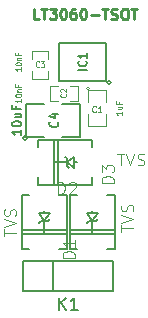
<source format=gto>
G04 (created by PCBNEW (2013-07-07 BZR 4022)-stable) date 27.08.2014 22:53:06*
%MOIN*%
G04 Gerber Fmt 3.4, Leading zero omitted, Abs format*
%FSLAX34Y34*%
G01*
G70*
G90*
G04 APERTURE LIST*
%ADD10C,0.00590551*%
%ADD11C,0.005*%
%ADD12C,0.0039*%
%ADD13C,0.0047*%
%ADD14C,0.006*%
%ADD15C,0.00606299*%
%ADD16C,0.0043*%
%ADD17C,0.0045*%
%ADD18C,0.00875*%
%ADD19C,0.012*%
G04 APERTURE END LIST*
G54D10*
G54D11*
X21120Y-22900D02*
G75*
G03X21120Y-22900I-70J0D01*
G74*
G01*
X21700Y-21750D02*
X21100Y-21750D01*
X21100Y-21750D02*
X21100Y-22850D01*
X21100Y-22850D02*
X21700Y-22850D01*
X22300Y-22850D02*
X22900Y-22850D01*
X22900Y-22850D02*
X22900Y-21750D01*
X22900Y-21750D02*
X22300Y-21750D01*
G54D12*
X23200Y-21250D02*
G75*
G03X23200Y-21250I-50J0D01*
G74*
G01*
X23150Y-21700D02*
X23150Y-21300D01*
X23150Y-21300D02*
X23750Y-21300D01*
X23750Y-21300D02*
X23750Y-21700D01*
X23750Y-22100D02*
X23750Y-22500D01*
X23750Y-22500D02*
X23150Y-22500D01*
X23150Y-22500D02*
X23150Y-22100D01*
G54D13*
X22547Y-21656D02*
X22822Y-21656D01*
X22153Y-21656D02*
X21878Y-21656D01*
X22547Y-21144D02*
X22822Y-21144D01*
X21878Y-21144D02*
X22153Y-21144D01*
X22822Y-21150D02*
X22822Y-21650D01*
X21878Y-21650D02*
X21878Y-21150D01*
X21294Y-20647D02*
X21294Y-20922D01*
X21294Y-20253D02*
X21294Y-19978D01*
X21806Y-20647D02*
X21806Y-20922D01*
X21806Y-19978D02*
X21806Y-20253D01*
X21800Y-20922D02*
X21300Y-20922D01*
X21300Y-19978D02*
X21800Y-19978D01*
G54D14*
X21000Y-28000D02*
X21000Y-27000D01*
X21000Y-27000D02*
X24000Y-27000D01*
X24000Y-27000D02*
X24000Y-28000D01*
X24000Y-28000D02*
X21000Y-28000D01*
X22000Y-27000D02*
X22000Y-28000D01*
G54D15*
X23920Y-21050D02*
G75*
G03X23920Y-21050I-70J0D01*
G74*
G01*
X23750Y-21000D02*
X23750Y-19732D01*
X23750Y-19732D02*
X22187Y-19732D01*
X22187Y-19732D02*
X22187Y-21000D01*
X22187Y-21000D02*
X23750Y-21000D01*
G54D11*
X22700Y-23700D02*
X22780Y-23700D01*
X23300Y-24450D02*
X21500Y-24450D01*
X21500Y-24450D02*
X21500Y-24200D01*
X22140Y-22950D02*
X22140Y-24450D01*
X22010Y-22950D02*
X22010Y-24450D01*
X23300Y-23200D02*
X23300Y-22950D01*
X23300Y-22950D02*
X21500Y-22950D01*
X21500Y-22950D02*
X21500Y-23200D01*
X23300Y-24200D02*
X23300Y-24450D01*
X22450Y-23700D02*
X22700Y-23887D01*
X22700Y-23887D02*
X22700Y-23700D01*
X22700Y-23700D02*
X22700Y-23513D01*
X22700Y-23513D02*
X22450Y-23700D01*
X22450Y-23700D02*
X22450Y-23825D01*
X22450Y-23825D02*
X22512Y-23887D01*
X22450Y-23700D02*
X22450Y-23575D01*
X22450Y-23575D02*
X22388Y-23513D01*
X22450Y-23700D02*
X22013Y-23700D01*
X23300Y-25400D02*
X23300Y-25320D01*
X24050Y-24800D02*
X24050Y-26600D01*
X24050Y-26600D02*
X23800Y-26600D01*
X22550Y-25960D02*
X24050Y-25960D01*
X22550Y-26090D02*
X24050Y-26090D01*
X22800Y-24800D02*
X22550Y-24800D01*
X22550Y-24800D02*
X22550Y-26600D01*
X22550Y-26600D02*
X22800Y-26600D01*
X23800Y-24800D02*
X24050Y-24800D01*
X23300Y-25650D02*
X23487Y-25400D01*
X23487Y-25400D02*
X23300Y-25400D01*
X23300Y-25400D02*
X23113Y-25400D01*
X23113Y-25400D02*
X23300Y-25650D01*
X23300Y-25650D02*
X23425Y-25650D01*
X23425Y-25650D02*
X23487Y-25588D01*
X23300Y-25650D02*
X23175Y-25650D01*
X23175Y-25650D02*
X23113Y-25712D01*
X23300Y-25650D02*
X23300Y-26087D01*
X21700Y-25400D02*
X21700Y-25320D01*
X22450Y-24800D02*
X22450Y-26600D01*
X22450Y-26600D02*
X22200Y-26600D01*
X20950Y-25960D02*
X22450Y-25960D01*
X20950Y-26090D02*
X22450Y-26090D01*
X21200Y-24800D02*
X20950Y-24800D01*
X20950Y-24800D02*
X20950Y-26600D01*
X20950Y-26600D02*
X21200Y-26600D01*
X22200Y-24800D02*
X22450Y-24800D01*
X21700Y-25650D02*
X21887Y-25400D01*
X21887Y-25400D02*
X21700Y-25400D01*
X21700Y-25400D02*
X21513Y-25400D01*
X21513Y-25400D02*
X21700Y-25650D01*
X21700Y-25650D02*
X21825Y-25650D01*
X21825Y-25650D02*
X21887Y-25588D01*
X21700Y-25650D02*
X21575Y-25650D01*
X21575Y-25650D02*
X21513Y-25712D01*
X21700Y-25650D02*
X21700Y-26087D01*
X22142Y-22350D02*
X22157Y-22364D01*
X22171Y-22407D01*
X22171Y-22435D01*
X22157Y-22478D01*
X22128Y-22507D01*
X22100Y-22521D01*
X22042Y-22535D01*
X22000Y-22535D01*
X21942Y-22521D01*
X21914Y-22507D01*
X21885Y-22478D01*
X21871Y-22435D01*
X21871Y-22407D01*
X21885Y-22364D01*
X21900Y-22350D01*
X21971Y-22092D02*
X22171Y-22092D01*
X21857Y-22164D02*
X22071Y-22235D01*
X22071Y-22050D01*
X20921Y-22621D02*
X20921Y-22792D01*
X20921Y-22707D02*
X20621Y-22707D01*
X20664Y-22735D01*
X20692Y-22764D01*
X20707Y-22792D01*
X20621Y-22435D02*
X20621Y-22407D01*
X20635Y-22378D01*
X20650Y-22364D01*
X20678Y-22350D01*
X20735Y-22335D01*
X20807Y-22335D01*
X20864Y-22350D01*
X20892Y-22364D01*
X20907Y-22378D01*
X20921Y-22407D01*
X20921Y-22435D01*
X20907Y-22464D01*
X20892Y-22478D01*
X20864Y-22492D01*
X20807Y-22507D01*
X20735Y-22507D01*
X20678Y-22492D01*
X20650Y-22478D01*
X20635Y-22464D01*
X20621Y-22435D01*
X20721Y-22078D02*
X20921Y-22078D01*
X20721Y-22207D02*
X20878Y-22207D01*
X20907Y-22192D01*
X20921Y-22164D01*
X20921Y-22121D01*
X20907Y-22092D01*
X20892Y-22078D01*
X20764Y-21835D02*
X20764Y-21935D01*
X20921Y-21935D02*
X20621Y-21935D01*
X20621Y-21792D01*
G54D16*
X23417Y-22010D02*
X23407Y-22020D01*
X23379Y-22029D01*
X23360Y-22029D01*
X23332Y-22020D01*
X23313Y-22001D01*
X23304Y-21982D01*
X23295Y-21945D01*
X23295Y-21917D01*
X23304Y-21879D01*
X23313Y-21860D01*
X23332Y-21842D01*
X23360Y-21832D01*
X23379Y-21832D01*
X23407Y-21842D01*
X23417Y-21851D01*
X23604Y-22029D02*
X23492Y-22029D01*
X23548Y-22029D02*
X23548Y-21832D01*
X23529Y-21860D01*
X23510Y-21879D01*
X23492Y-21889D01*
X24279Y-22017D02*
X24279Y-22129D01*
X24279Y-22073D02*
X24082Y-22073D01*
X24110Y-22092D01*
X24129Y-22111D01*
X24139Y-22129D01*
X24148Y-21848D02*
X24279Y-21848D01*
X24148Y-21932D02*
X24251Y-21932D01*
X24270Y-21923D01*
X24279Y-21904D01*
X24279Y-21876D01*
X24270Y-21857D01*
X24260Y-21848D01*
X24176Y-21688D02*
X24176Y-21754D01*
X24279Y-21754D02*
X24082Y-21754D01*
X24082Y-21660D01*
G54D17*
X22411Y-21430D02*
X22421Y-21438D01*
X22430Y-21464D01*
X22430Y-21481D01*
X22421Y-21507D01*
X22402Y-21524D01*
X22383Y-21532D01*
X22345Y-21541D01*
X22316Y-21541D01*
X22278Y-21532D01*
X22259Y-21524D01*
X22240Y-21507D01*
X22230Y-21481D01*
X22230Y-21464D01*
X22240Y-21438D01*
X22250Y-21430D01*
X22250Y-21361D02*
X22240Y-21352D01*
X22230Y-21335D01*
X22230Y-21292D01*
X22240Y-21275D01*
X22250Y-21267D01*
X22269Y-21258D01*
X22288Y-21258D01*
X22316Y-21267D01*
X22430Y-21370D01*
X22430Y-21258D01*
X20930Y-21592D02*
X20930Y-21695D01*
X20930Y-21644D02*
X20730Y-21644D01*
X20759Y-21661D01*
X20778Y-21678D01*
X20788Y-21695D01*
X20730Y-21481D02*
X20730Y-21464D01*
X20740Y-21447D01*
X20750Y-21438D01*
X20769Y-21430D01*
X20807Y-21421D01*
X20854Y-21421D01*
X20892Y-21430D01*
X20911Y-21438D01*
X20921Y-21447D01*
X20930Y-21464D01*
X20930Y-21481D01*
X20921Y-21498D01*
X20911Y-21507D01*
X20892Y-21515D01*
X20854Y-21524D01*
X20807Y-21524D01*
X20769Y-21515D01*
X20750Y-21507D01*
X20740Y-21498D01*
X20730Y-21481D01*
X20797Y-21344D02*
X20930Y-21344D01*
X20816Y-21344D02*
X20807Y-21335D01*
X20797Y-21318D01*
X20797Y-21292D01*
X20807Y-21275D01*
X20826Y-21267D01*
X20930Y-21267D01*
X20826Y-21121D02*
X20826Y-21181D01*
X20930Y-21181D02*
X20730Y-21181D01*
X20730Y-21095D01*
X21520Y-20511D02*
X21511Y-20521D01*
X21485Y-20530D01*
X21468Y-20530D01*
X21442Y-20521D01*
X21425Y-20502D01*
X21417Y-20483D01*
X21408Y-20445D01*
X21408Y-20416D01*
X21417Y-20378D01*
X21425Y-20359D01*
X21442Y-20340D01*
X21468Y-20330D01*
X21485Y-20330D01*
X21511Y-20340D01*
X21520Y-20350D01*
X21580Y-20330D02*
X21691Y-20330D01*
X21631Y-20407D01*
X21657Y-20407D01*
X21674Y-20416D01*
X21682Y-20426D01*
X21691Y-20445D01*
X21691Y-20492D01*
X21682Y-20511D01*
X21674Y-20521D01*
X21657Y-20530D01*
X21605Y-20530D01*
X21588Y-20521D01*
X21580Y-20511D01*
X20930Y-20542D02*
X20930Y-20645D01*
X20930Y-20594D02*
X20730Y-20594D01*
X20759Y-20611D01*
X20778Y-20628D01*
X20788Y-20645D01*
X20730Y-20431D02*
X20730Y-20414D01*
X20740Y-20397D01*
X20750Y-20388D01*
X20769Y-20380D01*
X20807Y-20371D01*
X20854Y-20371D01*
X20892Y-20380D01*
X20911Y-20388D01*
X20921Y-20397D01*
X20930Y-20414D01*
X20930Y-20431D01*
X20921Y-20448D01*
X20911Y-20457D01*
X20892Y-20465D01*
X20854Y-20474D01*
X20807Y-20474D01*
X20769Y-20465D01*
X20750Y-20457D01*
X20740Y-20448D01*
X20730Y-20431D01*
X20797Y-20294D02*
X20930Y-20294D01*
X20816Y-20294D02*
X20807Y-20285D01*
X20797Y-20268D01*
X20797Y-20242D01*
X20807Y-20225D01*
X20826Y-20217D01*
X20930Y-20217D01*
X20826Y-20071D02*
X20826Y-20131D01*
X20930Y-20131D02*
X20730Y-20131D01*
X20730Y-20045D01*
G54D14*
X22204Y-28611D02*
X22204Y-28211D01*
X22433Y-28611D02*
X22261Y-28383D01*
X22433Y-28211D02*
X22204Y-28440D01*
X22814Y-28611D02*
X22585Y-28611D01*
X22700Y-28611D02*
X22700Y-28211D01*
X22661Y-28269D01*
X22623Y-28307D01*
X22585Y-28326D01*
G54D15*
X23111Y-20619D02*
X22835Y-20619D01*
X23085Y-20330D02*
X23098Y-20343D01*
X23111Y-20382D01*
X23111Y-20409D01*
X23098Y-20448D01*
X23072Y-20474D01*
X23045Y-20487D01*
X22993Y-20500D01*
X22954Y-20500D01*
X22901Y-20487D01*
X22875Y-20474D01*
X22849Y-20448D01*
X22835Y-20409D01*
X22835Y-20382D01*
X22849Y-20343D01*
X22862Y-20330D01*
X23111Y-20067D02*
X23111Y-20225D01*
X23111Y-20146D02*
X22835Y-20146D01*
X22875Y-20172D01*
X22901Y-20199D01*
X22914Y-20225D01*
G54D18*
X21525Y-18941D02*
X21358Y-18941D01*
X21358Y-18591D01*
X21591Y-18591D02*
X21791Y-18591D01*
X21691Y-18941D02*
X21691Y-18591D01*
X21875Y-18591D02*
X22091Y-18591D01*
X21975Y-18725D01*
X22025Y-18725D01*
X22058Y-18741D01*
X22075Y-18758D01*
X22091Y-18791D01*
X22091Y-18875D01*
X22075Y-18908D01*
X22058Y-18925D01*
X22025Y-18941D01*
X21925Y-18941D01*
X21891Y-18925D01*
X21875Y-18908D01*
X22308Y-18591D02*
X22341Y-18591D01*
X22375Y-18608D01*
X22391Y-18625D01*
X22408Y-18658D01*
X22425Y-18725D01*
X22425Y-18808D01*
X22408Y-18875D01*
X22391Y-18908D01*
X22375Y-18925D01*
X22341Y-18941D01*
X22308Y-18941D01*
X22275Y-18925D01*
X22258Y-18908D01*
X22241Y-18875D01*
X22225Y-18808D01*
X22225Y-18725D01*
X22241Y-18658D01*
X22258Y-18625D01*
X22275Y-18608D01*
X22308Y-18591D01*
X22725Y-18591D02*
X22658Y-18591D01*
X22625Y-18608D01*
X22608Y-18625D01*
X22575Y-18675D01*
X22558Y-18741D01*
X22558Y-18875D01*
X22575Y-18908D01*
X22591Y-18925D01*
X22625Y-18941D01*
X22691Y-18941D01*
X22725Y-18925D01*
X22741Y-18908D01*
X22758Y-18875D01*
X22758Y-18791D01*
X22741Y-18758D01*
X22725Y-18741D01*
X22691Y-18725D01*
X22625Y-18725D01*
X22591Y-18741D01*
X22575Y-18758D01*
X22558Y-18791D01*
X22975Y-18591D02*
X23008Y-18591D01*
X23041Y-18608D01*
X23058Y-18625D01*
X23075Y-18658D01*
X23091Y-18725D01*
X23091Y-18808D01*
X23075Y-18875D01*
X23058Y-18908D01*
X23041Y-18925D01*
X23008Y-18941D01*
X22975Y-18941D01*
X22941Y-18925D01*
X22925Y-18908D01*
X22908Y-18875D01*
X22891Y-18808D01*
X22891Y-18725D01*
X22908Y-18658D01*
X22925Y-18625D01*
X22941Y-18608D01*
X22975Y-18591D01*
X23241Y-18808D02*
X23508Y-18808D01*
X23625Y-18591D02*
X23825Y-18591D01*
X23725Y-18941D02*
X23725Y-18591D01*
X23925Y-18925D02*
X23975Y-18941D01*
X24058Y-18941D01*
X24091Y-18925D01*
X24108Y-18908D01*
X24125Y-18875D01*
X24125Y-18841D01*
X24108Y-18808D01*
X24091Y-18791D01*
X24058Y-18775D01*
X23991Y-18758D01*
X23958Y-18741D01*
X23941Y-18725D01*
X23925Y-18691D01*
X23925Y-18658D01*
X23941Y-18625D01*
X23958Y-18608D01*
X23991Y-18591D01*
X24075Y-18591D01*
X24125Y-18608D01*
X24341Y-18591D02*
X24408Y-18591D01*
X24441Y-18608D01*
X24475Y-18641D01*
X24491Y-18708D01*
X24491Y-18825D01*
X24475Y-18891D01*
X24441Y-18925D01*
X24408Y-18941D01*
X24341Y-18941D01*
X24308Y-18925D01*
X24275Y-18891D01*
X24258Y-18825D01*
X24258Y-18708D01*
X24275Y-18641D01*
X24308Y-18608D01*
X24341Y-18591D01*
X24591Y-18591D02*
X24791Y-18591D01*
X24691Y-18941D02*
X24691Y-18591D01*
G54D19*
G54D13*
X22159Y-24759D02*
X22159Y-24365D01*
X22253Y-24365D01*
X22309Y-24384D01*
X22346Y-24421D01*
X22365Y-24459D01*
X22384Y-24534D01*
X22384Y-24590D01*
X22365Y-24665D01*
X22346Y-24703D01*
X22309Y-24740D01*
X22253Y-24759D01*
X22159Y-24759D01*
X22534Y-24403D02*
X22553Y-24384D01*
X22590Y-24365D01*
X22684Y-24365D01*
X22722Y-24384D01*
X22740Y-24403D01*
X22759Y-24440D01*
X22759Y-24478D01*
X22740Y-24534D01*
X22515Y-24759D01*
X22759Y-24759D01*
X24130Y-23415D02*
X24356Y-23415D01*
X24243Y-23809D02*
X24243Y-23415D01*
X24431Y-23415D02*
X24562Y-23809D01*
X24693Y-23415D01*
X24806Y-23790D02*
X24862Y-23809D01*
X24956Y-23809D01*
X24994Y-23790D01*
X25012Y-23771D01*
X25031Y-23734D01*
X25031Y-23696D01*
X25012Y-23659D01*
X24994Y-23640D01*
X24956Y-23621D01*
X24881Y-23603D01*
X24843Y-23584D01*
X24825Y-23565D01*
X24806Y-23528D01*
X24806Y-23490D01*
X24825Y-23453D01*
X24843Y-23434D01*
X24881Y-23415D01*
X24975Y-23415D01*
X25031Y-23434D01*
X22709Y-26890D02*
X22315Y-26890D01*
X22315Y-26797D01*
X22334Y-26740D01*
X22371Y-26703D01*
X22409Y-26684D01*
X22484Y-26665D01*
X22540Y-26665D01*
X22615Y-26684D01*
X22653Y-26703D01*
X22690Y-26740D01*
X22709Y-26797D01*
X22709Y-26890D01*
X22709Y-26290D02*
X22709Y-26515D01*
X22709Y-26403D02*
X22315Y-26403D01*
X22371Y-26440D01*
X22409Y-26478D01*
X22428Y-26515D01*
X24265Y-26019D02*
X24265Y-25793D01*
X24659Y-25906D02*
X24265Y-25906D01*
X24265Y-25718D02*
X24659Y-25587D01*
X24265Y-25456D01*
X24640Y-25343D02*
X24659Y-25287D01*
X24659Y-25193D01*
X24640Y-25156D01*
X24621Y-25137D01*
X24584Y-25118D01*
X24546Y-25118D01*
X24509Y-25137D01*
X24490Y-25156D01*
X24471Y-25193D01*
X24453Y-25268D01*
X24434Y-25306D01*
X24415Y-25324D01*
X24378Y-25343D01*
X24340Y-25343D01*
X24303Y-25324D01*
X24284Y-25306D01*
X24265Y-25268D01*
X24265Y-25174D01*
X24284Y-25118D01*
X24009Y-24390D02*
X23615Y-24390D01*
X23615Y-24297D01*
X23634Y-24240D01*
X23671Y-24203D01*
X23709Y-24184D01*
X23784Y-24165D01*
X23840Y-24165D01*
X23915Y-24184D01*
X23953Y-24203D01*
X23990Y-24240D01*
X24009Y-24297D01*
X24009Y-24390D01*
X23615Y-24034D02*
X23615Y-23790D01*
X23765Y-23921D01*
X23765Y-23865D01*
X23784Y-23827D01*
X23803Y-23809D01*
X23840Y-23790D01*
X23934Y-23790D01*
X23971Y-23809D01*
X23990Y-23827D01*
X24009Y-23865D01*
X24009Y-23978D01*
X23990Y-24015D01*
X23971Y-24034D01*
X20363Y-26169D02*
X20363Y-25943D01*
X20757Y-26056D02*
X20363Y-26056D01*
X20363Y-25868D02*
X20757Y-25737D01*
X20363Y-25606D01*
X20738Y-25493D02*
X20757Y-25437D01*
X20757Y-25343D01*
X20738Y-25306D01*
X20719Y-25287D01*
X20682Y-25268D01*
X20644Y-25268D01*
X20607Y-25287D01*
X20588Y-25306D01*
X20569Y-25343D01*
X20551Y-25418D01*
X20532Y-25456D01*
X20513Y-25474D01*
X20476Y-25493D01*
X20438Y-25493D01*
X20401Y-25474D01*
X20382Y-25456D01*
X20363Y-25418D01*
X20363Y-25324D01*
X20382Y-25268D01*
M02*

</source>
